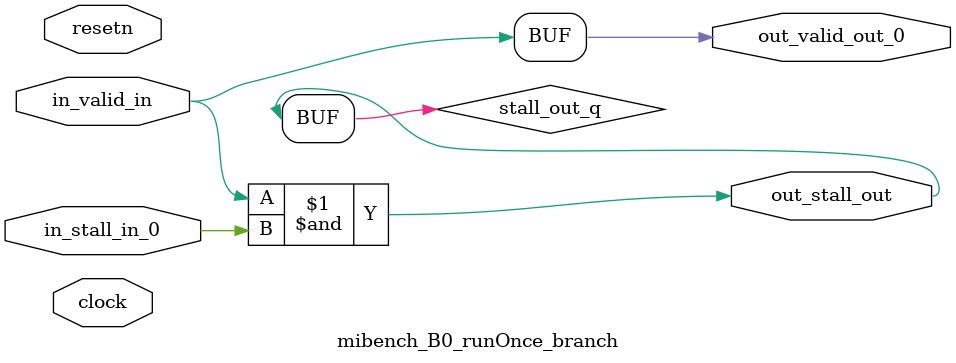
<source format=sv>



(* altera_attribute = "-name AUTO_SHIFT_REGISTER_RECOGNITION OFF; -name MESSAGE_DISABLE 10036; -name MESSAGE_DISABLE 10037; -name MESSAGE_DISABLE 14130; -name MESSAGE_DISABLE 14320; -name MESSAGE_DISABLE 15400; -name MESSAGE_DISABLE 14130; -name MESSAGE_DISABLE 10036; -name MESSAGE_DISABLE 12020; -name MESSAGE_DISABLE 12030; -name MESSAGE_DISABLE 12010; -name MESSAGE_DISABLE 12110; -name MESSAGE_DISABLE 14320; -name MESSAGE_DISABLE 13410; -name MESSAGE_DISABLE 113007; -name MESSAGE_DISABLE 10958" *)
module mibench_B0_runOnce_branch (
    input wire [0:0] in_stall_in_0,
    input wire [0:0] in_valid_in,
    output wire [0:0] out_stall_out,
    output wire [0:0] out_valid_out_0,
    input wire clock,
    input wire resetn
    );

    wire [0:0] stall_out_q;


    // stall_out(LOGICAL,6)
    assign stall_out_q = in_valid_in & in_stall_in_0;

    // out_stall_out(GPOUT,4)
    assign out_stall_out = stall_out_q;

    // out_valid_out_0(GPOUT,5)
    assign out_valid_out_0 = in_valid_in;

endmodule

</source>
